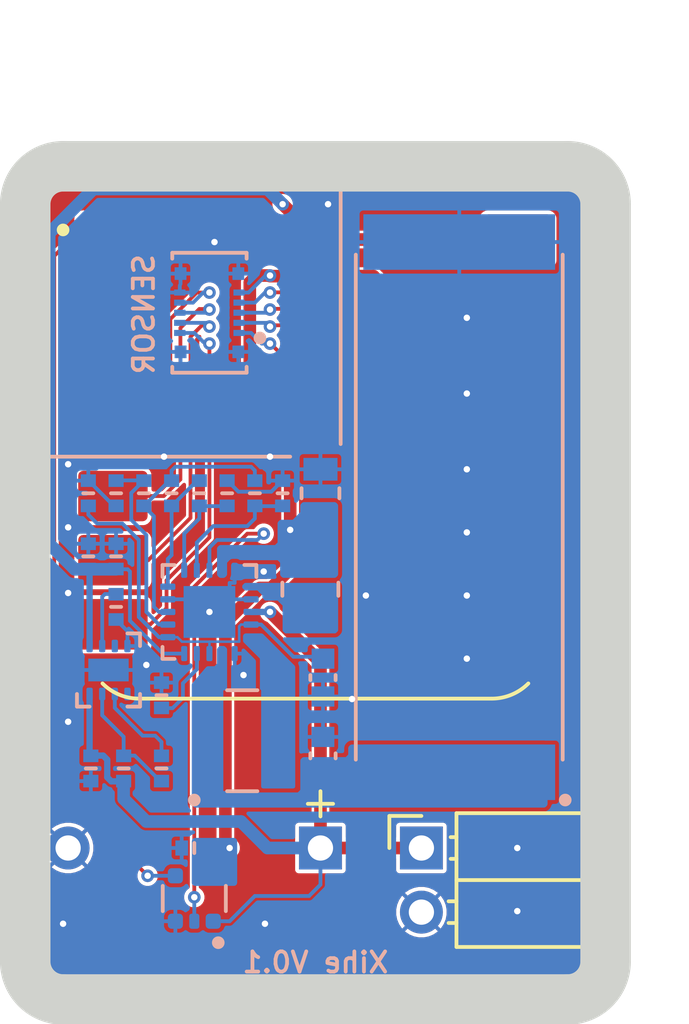
<source format=kicad_pcb>
(kicad_pcb (version 20241229) (generator "pcbnew") (generator_version "9.0")
  (title_block (title "Xihe") (date "2025-08-28") (rev "0.1"))
  (layers (0 "F.Cu" signal) (2 "B.Cu" signal) (13 "F.Paste" user) (15 "B.Paste" user) (5 "F.SilkS" user "F.Silkscreen") (7 "B.SilkS" user "B.Silkscreen") (1 "F.Mask" user) (3 "B.Mask" user) (25 "Edge.Cuts" user))
  (net 0 "")
  (net 1 "VCAP")
  (net 2 "GND")
  (net 3 "VUSB")
  (net 4 "+3V3")
  (net 5 "/harvester/VSTOR")
  (net 6 "/harvester/VREF_SAMP")
  (net 7 "/harvester/VIN_DC")
  (net 8 "/harvester/LBOOST")
  (net 9 "/harvester/LBUCK")
  (net 10 "/harvester/CHG_PG")
  (net 11 "/harvester/CHG_FB")
  (net 12 "/harvester/CHG_ISET")
  (net 13 "/harvester/VBAT_OK_MCU")
  (net 14 "/harvester/OK_PROG")
  (net 15 "/harvester/OK_HYST")
  (net 16 "/harvester/VRDIV")
  (net 17 "/harvester/VOUT_SET")
  (net 18 "/harvester/VBAT_OV")
  (net 21 "/harvester/VBAT_OK")
  (net 22 "/system/SPI_CLK")
  (net 23 "/system/SPI_MOSI")
  (net 24 "/system/SPI_MISO")
  (net 25 "/system/ANA3")
  (net 26 "/system/I2C_SCL")
  (net 27 "/system/TX")
  (net 28 "/system/I2C_SDA")
  (net 29 "/system/RX")
  (footprint "part_specific:XIAO-NRF54L15-DIP" (layer "F.Cu") (at 90.4 60.52)
    (property "Reference" "U1" (hide yes))
    (property "Value" "XIAO-NRF54L15")
    (fp_line (start -6.985 10.564) (end 6.985 10.564) (stroke (width 0.15)) (layer "F.SilkS"))
    (fp_arc (start -6.985 10.564) (mid -7.771414 10.407572) (end -8.438104 9.962104) (stroke (width 0.15)) (layer "F.SilkS"))
    (fp_arc (start 8.438104 9.962104) (mid 7.771414 10.407572) (end 6.985 10.564) (stroke (width 0.15)) (layer "F.SilkS"))
    (fp_circle (center -10 -8) (end -9.8 -8) (stroke (width 0.1)) (fill yes) (layer "F.SilkS"))
    (pad "1" smd roundrect (at -8.025 -7.62 180) (size 2.75 2) (layers "F.Cu" "F.Mask" "F.Paste") (roundrect_rratio 0.1) (net 13 "/harvester/VBAT_OK_MCU"))
    (pad "2" smd roundrect (at -8.025 -5.08 180) (size 2.75 2) (layers "F.Cu" "F.Mask" "F.Paste") (roundrect_rratio 0.1))
    (pad "3" smd roundrect (at -8.025 -2.54 180) (size 2.75 2) (layers "F.Cu" "F.Mask" "F.Paste") (roundrect_rratio 0.1))
    (pad "4" smd roundrect (at -8.025 0 180) (size 2.75 2) (layers "F.Cu" "F.Mask" "F.Paste") (roundrect_rratio 0.1) (net 25 "/system/ANA3"))
    (pad "5" smd roundrect (at -8.025 2.54 180) (size 2.75 2) (layers "F.Cu" "F.Mask" "F.Paste") (roundrect_rratio 0.1) (net 28 "/system/I2C_SDA"))
    (pad "6" smd roundrect (at -8.025 5.08 180) (size 2.75 2) (layers "F.Cu" "F.Mask" "F.Paste") (roundrect_rratio 0.1) (net 26 "/system/I2C_SCL"))
    (pad "7" smd roundrect (at -8.025 7.62 180) (size 2.75 2) (layers "F.Cu" "F.Mask" "F.Paste") (roundrect_rratio 0.1) (net 27 "/system/TX"))
    (pad "8" smd roundrect (at 8.025 7.62) (size 2.75 2) (layers "F.Cu" "F.Mask" "F.Paste") (roundrect_rratio 0.1) (net 29 "/system/RX"))
    (pad "9" smd roundrect (at 8.025 5.08) (size 2.75 2) (layers "F.Cu" "F.Mask" "F.Paste") (roundrect_rratio 0.1) (net 22 "/system/SPI_CLK"))
    (pad "10" smd roundrect (at 8.025 2.54) (size 2.75 2) (layers "F.Cu" "F.Mask" "F.Paste") (roundrect_rratio 0.1) (net 24 "/system/SPI_MISO"))
    (pad "11" smd roundrect (at 8.025 0) (size 2.75 2) (layers "F.Cu" "F.Mask" "F.Paste") (roundrect_rratio 0.1) (net 23 "/system/SPI_MOSI"))
    (pad "12" smd roundrect (at 8.025 -2.54) (size 2.75 2) (layers "F.Cu" "F.Mask" "F.Paste") (roundrect_rratio 0.1) (net 4 "+3V3"))
    (pad "13" smd roundrect (at 8.025 -5.08) (size 2.75 2) (layers "F.Cu" "F.Mask" "F.Paste") (roundrect_rratio 0.1) (net 2 "GND"))
    (pad "14" smd roundrect (at 8.025 -7.62) (size 2.75 2) (layers "F.Cu" "F.Mask" "F.Paste") (roundrect_rratio 0.1) (net 3 "VUSB"))
  )
  (footprint "connectors:PD_801-83-002-20-001101" (layer "F.Cu") (at 94.6 77)
    (property "Reference" "J2" (hide yes))
    (property "Value" "Conn_01x02_Pin")
    (fp_line (start -1.27 -1.27) (end 0 -1.27) (stroke (width 0.15)) (layer "F.SilkS"))
    (fp_line (start -1.27 0) (end -1.27 -1.27) (stroke (width 0.15)) (layer "F.SilkS"))
    (fp_line (start 1.077358 2.11) (end 1.39 2.11) (stroke (width 0.15)) (layer "F.SilkS"))
    (fp_line (start 1.077358 2.97) (end 1.39 2.97) (stroke (width 0.15)) (layer "F.SilkS"))
    (fp_line (start 1.16 -0.43) (end 1.39 -0.43) (stroke (width 0.15)) (layer "F.SilkS"))
    (fp_line (start 1.16 0.43) (end 1.39 0.43) (stroke (width 0.15)) (layer "F.SilkS"))
    (fp_line (start 1.39 -1.38) (end 1.39 3.92) (stroke (width 0.15)) (layer "F.SilkS"))
    (fp_line (start 1.39 1.27) (end 6.3 1.27) (stroke (width 0.15)) (layer "F.SilkS"))
    (fp_line (start 1.39 3.92) (end 6.3 3.92) (stroke (width 0.15)) (layer "F.SilkS"))
    (fp_line (start 6.3 -1.38) (end 1.39 -1.38) (stroke (width 0.15)) (layer "F.SilkS"))
    (pad "1" thru_hole rect (at 0 0) (size 1.7 1.7) (drill 1) (layers "*.Cu" "*.Mask") (net 1 "VCAP"))
    (pad "2" thru_hole circle (at 0 2.54) (size 1.7 1.7) (drill 1) (layers "*.Cu" "*.Mask") (net 2 "GND"))
  )
  (footprint "part_specific:EATON_KR5R5H474R" (layer "F.Cu") (at 87.25 77)
    (property "Reference" "Cb1" (hide yes))
    (property "Value" "470m" (hide yes))
    (fp_line (start 2.85 -1.75) (end 3.85 -1.75) (stroke (width 0.15)) (layer "F.SilkS"))
    (fp_line (start 3.35 -1.25) (end 3.35 -2.25) (stroke (width 0.15)) (layer "F.SilkS"))
    (pad "1" thru_hole rect (at 3.35 0) (size 1.7 1.7) (drill 1) (layers "*.Cu" "*.Mask") (net 1 "VCAP"))
    (pad "2" thru_hole circle (at -6.65 0) (size 1.7 1.7) (drill 1) (layers "*.Cu" "*.Mask") (net 2 "GND"))
  )
  (footprint "passive:R_0402_1005Metric" (layer "B.Cu") (at 88 62.95 -90)
    (property "Reference" "ROUT2" (hide yes))
    (property "Value" "6.49M")
    (fp_line (start 0 -0.2) (end 0 0.2) (stroke (width 0.15)) (layer "B.SilkS"))
    (pad "1" smd rect (at -0.5 0 270) (size 0.5 0.6) (layers "B.Cu" "B.Mask" "B.Paste") (net 16 "/harvester/VRDIV"))
    (pad "2" smd rect (at 0.5 0 270) (size 0.5 0.6) (layers "B.Cu" "B.Mask" "B.Paste") (net 17 "/harvester/VOUT_SET"))
  )
  (footprint "generic:NX_5SOT353" (layer "B.Cu") (at 85.6 79 90)
    (property "Reference" "U4" (hide yes))
    (property "Value" "AXP1T34")
    (fp_line (start -0.5 -1.25) (end 0.5 -1.25) (stroke (width 0.15)) (layer "B.SilkS"))
    (fp_line (start -0.5 1.25) (end 0.5 1.25) (stroke (width 0.15)) (layer "B.SilkS"))
    (fp_circle (center -1.75 0.95) (end -1.55 0.95) (stroke (width 0.1)) (fill yes) (layer "B.SilkS"))
    (pad "1" smd roundrect (at -0.9 0.75 90) (size 0.6 0.6) (layers "B.Cu" "B.Mask" "B.Paste") (net 1 "VCAP"))
    (pad "2" smd roundrect (at -0.9 0 90) (size 0.6 0.4) (layers "B.Cu" "B.Mask" "B.Paste") (net 21 "/harvester/VBAT_OK"))
    (pad "3" smd roundrect (at -0.9 -0.75 90) (size 0.6 0.6) (layers "B.Cu" "B.Mask" "B.Paste") (net 2 "GND"))
    (pad "4" smd roundrect (at 0.9 -0.75 90) (size 0.6 0.6) (layers "B.Cu" "B.Mask" "B.Paste") (net 13 "/harvester/VBAT_OK_MCU"))
    (pad "5" smd roundrect (at 0.9 0.75 90) (size 0.6 0.6) (layers "B.Cu" "B.Mask" "B.Paste") (net 4 "+3V3"))
  )
  (footprint "passive:C_0402_1005Metric" (layer "B.Cu") (at 84.3 70.95 90)
    (property "Reference" "C3" (hide yes))
    (property "Value" "10n")
    (fp_line (start 0 -0.2) (end 0 0.2) (stroke (width 0.15)) (layer "B.SilkS"))
    (pad "1" smd rect (at -0.5 0 90) (size 0.5 0.6) (layers "B.Cu" "B.Mask" "B.Paste") (net 6 "/harvester/VREF_SAMP"))
    (pad "2" smd rect (at 0.5 0 90) (size 0.5 0.6) (layers "B.Cu" "B.Mask" "B.Paste") (net 2 "GND"))
  )
  (footprint "passive:R_0402_1005Metric" (layer "B.Cu") (at 86.9 62.95 90)
    (property "Reference" "ROK1" (hide yes))
    (property "Value" "4.7M")
    (fp_line (start 0 -0.2) (end 0 0.2) (stroke (width 0.15)) (layer "B.SilkS"))
    (pad "1" smd rect (at -0.5 0 90) (size 0.5 0.6) (layers "B.Cu" "B.Mask" "B.Paste") (net 14 "/harvester/OK_PROG"))
    (pad "2" smd rect (at 0.5 0 90) (size 0.5 0.6) (layers "B.Cu" "B.Mask" "B.Paste") (net 2 "GND"))
  )
  (footprint "passive:C_0603_1608Metric" (layer "B.Cu") (at 90.7 70.25 -90)
    (property "Reference" "C5" (hide yes))
    (property "Value" "4.7u")
    (fp_line (start -0.1 0.5) (end 0.1 0.5) (stroke (width 0.15)) (layer "B.SilkS"))
    (fp_line (start -0.1 -0.5) (end 0.1 -0.5) (stroke (width 0.15)) (layer "B.SilkS"))
    (pad "1" smd rect (at -0.75 0 270) (size 0.8 0.9) (layers "B.Cu" "B.Mask" "B.Paste") (net 5 "/harvester/VSTOR"))
    (pad "2" smd rect (at 0.75 0 270) (size 0.8 0.9) (layers "B.Cu" "B.Mask" "B.Paste") (net 2 "GND"))
  )
  (footprint "passive:R_0402_1005Metric" (layer "B.Cu") (at 82.5 65.45 90)
    (property "Reference" "R4" (hide yes))
    (property "Value" "120k")
    (fp_line (start 0 -0.2) (end 0 0.2) (stroke (width 0.15)) (layer "B.SilkS"))
    (pad "1" smd rect (at -0.5 0 90) (size 0.5 0.6) (layers "B.Cu" "B.Mask" "B.Paste") (net 3 "VUSB"))
    (pad "2" smd rect (at 0.5 0 90) (size 0.5 0.6) (layers "B.Cu" "B.Mask" "B.Paste") (net 2 "GND"))
  )
  (footprint "part_specific:TY_Inductor_NRS4012" (layer "B.Cu") (at 87.5 72.75)
    (property "Reference" "L1" (hide yes))
    (property "Value" "22u")
    (fp_line (start -0.6 -2) (end 0.6 -2) (stroke (width 0.15)) (layer "B.SilkS"))
    (fp_line (start 0.6 2) (end -0.6 2) (stroke (width 0.15)) (layer "B.SilkS"))
    (fp_circle (center -1.9 2.35) (end -1.7 2.35) (stroke (width 0.1)) (fill yes) (layer "B.SilkS"))
    (pad "1" smd rect (at -1.4 0) (size 1.2 3.7) (layers "B.Cu" "B.Mask" "B.Paste") (net 7 "/harvester/VIN_DC"))
    (pad "2" smd rect (at 1.4 0) (size 1.2 3.7) (layers "B.Cu" "B.Mask" "B.Paste") (net 8 "/harvester/LBOOST"))
    (zone (net 0) (net_name "") (layer "B.Cu") (connect_pads (clearance 0)) (min_thickness 0.254)
      (keepout (tracks not_allowed) (vias not_allowed) (pads allowed) (copperpour not_allowed) (footprints allowed))
      (fill (thermal_gap 0.508) (thermal_bridge_width 0.508))
      (polygon (pts (xy 86.7507 74.7439) (xy 88.2493 74.7439) (xy 88.2493 70.7561) (xy 86.7507 70.7561)))
    )
  )
  (footprint "passive:R_0402_1005Metric" (layer "B.Cu") (at 89.1 62.95 90)
    (property "Reference" "ROUT1" (hide yes))
    (property "Value" "6.49M")
    (fp_line (start 0 -0.2) (end 0 0.2) (stroke (width 0.15)) (layer "B.SilkS"))
    (pad "1" smd rect (at -0.5 0 90) (size 0.5 0.6) (layers "B.Cu" "B.Mask" "B.Paste") (net 17 "/harvester/VOUT_SET"))
    (pad "2" smd rect (at 0.5 0 90) (size 0.5 0.6) (layers "B.Cu" "B.Mask" "B.Paste") (net 2 "GND"))
  )
  (footprint "passive:R_0402_1005Metric" (layer "B.Cu") (at 85.8 62.95 -90)
    (property "Reference" "ROK2" (hide yes))
    (property "Value" "5.1M")
    (fp_line (start 0 -0.2) (end 0 0.2) (stroke (width 0.15)) (layer "B.SilkS"))
    (pad "1" smd rect (at -0.5 0 270) (size 0.5 0.6) (layers "B.Cu" "B.Mask" "B.Paste") (net 15 "/harvester/OK_HYST"))
    (pad "2" smd rect (at 0.5 0 270) (size 0.5 0.6) (layers "B.Cu" "B.Mask" "B.Paste") (net 14 "/harvester/OK_PROG"))
  )
  (footprint "passive:C_0402_1005Metric" (layer "B.Cu") (at 81.4 65.45 90)
    (property "Reference" "C2" (hide yes))
    (property "Value" "1u")
    (fp_line (start 0 -0.2) (end 0 0.2) (stroke (width 0.15)) (layer "B.SilkS"))
    (pad "1" smd rect (at -0.5 0 90) (size 0.5 0.6) (layers "B.Cu" "B.Mask" "B.Paste") (net 3 "VUSB"))
    (pad "2" smd rect (at 0.5 0 90) (size 0.5 0.6) (layers "B.Cu" "B.Mask" "B.Paste") (net 2 "GND"))
  )
  (footprint "generic:TI_8WSON_DSG" (layer "B.Cu") (at 82.2 69.95 -90)
    (property "Reference" "U2" (hide yes))
    (property "Value" "BQ25173DSG")
    (fp_line (start 0.95 1.25) (end 1.45 1.25) (stroke (width 0.15)) (layer "B.SilkS"))
    (fp_line (start 1.45 1.25) (end 1.45 0.75) (stroke (width 0.15)) (layer "B.SilkS"))
    (fp_line (start 1.45 -0.75) (end 1.45 -1.25) (stroke (width 0.15)) (layer "B.SilkS"))
    (fp_line (start -1.45 -1.25) (end -1.45 -0.75) (stroke (width 0.15)) (layer "B.SilkS"))
    (fp_line (start -0.95 -1.25) (end -1.45 -1.25) (stroke (width 0.15)) (layer "B.SilkS"))
    (fp_line (start 1.45 -1.25) (end 0.95 -1.25) (stroke (width 0.15)) (layer "B.SilkS"))
    (pad "1" smd roundrect (at -0.95 0.75 270) (size 0.5 0.25) (layers "B.Cu" "B.Mask" "B.Paste") (net 3 "VUSB"))
    (pad "2" smd roundrect (at -0.95 0.25 270) (size 0.5 0.25) (layers "B.Cu" "B.Mask" "B.Paste") (net 12 "/harvester/CHG_ISET"))
    (pad "3" smd roundrect (at -0.95 -0.25 270) (size 0.5 0.25) (layers "B.Cu" "B.Mask" "B.Paste"))
    (pad "4" smd roundrect (at -0.95 -0.75 270) (size 0.5 0.25) (layers "B.Cu" "B.Mask" "B.Paste") (net 2 "GND"))
    (pad "5" smd roundrect (at 0.95 -0.75 270) (size 0.5 0.25) (layers "B.Cu" "B.Mask" "B.Paste"))
    (pad "6" smd roundrect (at 0.95 -0.25 270) (size 0.5 0.25) (layers "B.Cu" "B.Mask" "B.Paste") (net 10 "/harvester/CHG_PG"))
    (pad "7" smd roundrect (at 0.95 0.25 270) (size 0.5 0.25) (layers "B.Cu" "B.Mask" "B.Paste") (net 11 "/harvester/CHG_FB"))
    (pad "8" smd roundrect (at 0.95 0.75 270) (size 0.5 0.25) (layers "B.Cu" "B.Mask" "B.Paste") (net 1 "VCAP"))
    (pad "9" smd rect (at 0 0 270) (size 0.9 1.6) (layers "B.Cu" "B.Mask") (net 2 "GND"))
  )
  (footprint "connectors:MOLEX_SlimStack_505550-1020" (layer "B.Cu") (at 86.2 55.8 90)
    (property "Reference" "J1" (hide yes))
    (property "Value" "MOLEX_SlimStack_505550-1020")
    (fp_line (start 2.3749 -1.4732) (end 2.3749 1.4732) (stroke (width 0.15)) (layer "B.SilkS"))
    (fp_line (start 2.141096 -1.4732) (end 2.3749 -1.4732) (stroke (width 0.15)) (layer "B.SilkS"))
    (fp_line (start -2.3749 -1.4732) (end -2.141096 -1.4732) (stroke (width 0.15)) (layer "B.SilkS"))
    (fp_line (start 2.3749 1.4732) (end 2.141061 1.4732) (stroke (width 0.15)) (layer "B.SilkS"))
    (fp_line (start -2.141061 1.4732) (end -2.3749 1.4732) (stroke (width 0.15)) (layer "B.SilkS"))
    (fp_line (start -2.3749 1.4732) (end -2.3749 -1.4732) (stroke (width 0.15)) (layer "B.SilkS"))
    (fp_circle (center -1 2) (end -0.8 2) (stroke (width 0.1)) (fill yes) (layer "B.SilkS"))
    (pad "1" smd rect (at -0.800001 1.174999 90) (size 0.24 0.45) (layers "B.Cu" "B.Mask" "B.Paste") (net 29 "/system/RX"))
    (pad "2" smd rect (at -0.800001 -1.174999 90) (size 0.24 0.45) (layers "B.Cu" "B.Mask" "B.Paste") (net 27 "/system/TX"))
    (pad "3" smd rect (at -0.399999 1.174999 90) (size 0.24 0.45) (layers "B.Cu" "B.Mask" "B.Paste") (net 22 "/system/SPI_CLK"))
    (pad "4" smd rect (at -0.399999 -1.174999 90) (size 0.24 0.45) (layers "B.Cu" "B.Mask" "B.Paste") (net 26 "/system/I2C_SCL"))
    (pad "5" smd rect (at 0 1.174999 90) (size 0.24 0.45) (layers "B.Cu" "B.Mask" "B.Paste") (net 24 "/system/SPI_MISO"))
    (pad "6" smd rect (at 0 -1.174999 90) (size 0.24 0.45) (layers "B.Cu" "B.Mask" "B.Paste") (net 28 "/system/I2C_SDA"))
    (pad "7" smd rect (at 0.399999 1.174999 90) (size 0.24 0.45) (layers "B.Cu" "B.Mask" "B.Paste") (net 23 "/system/SPI_MOSI"))
    (pad "8" smd rect (at 0.399999 -1.174999 90) (size 0.24 0.45) (layers "B.Cu" "B.Mask" "B.Paste") (net 25 "/system/ANA3"))
    (pad "9" smd rect (at 0.800001 1.174999 90) (size 0.24 0.45) (layers "B.Cu" "B.Mask" "B.Paste") (net 4 "+3V3"))
    (pad "10" smd rect (at 0.800001 -1.174999 90) (size 0.24 0.45) (layers "B.Cu" "B.Mask" "B.Paste") (net 2 "GND"))
    (pad "MP" smd rect (at -1.550035 -1.144999 90) (size 0.5 0.47) (layers "B.Cu" "B.Mask" "B.Paste") (net 2 "GND"))
    (pad "MP" smd rect (at -1.549999 1.144999 90) (size 0.5 0.47) (layers "B.Cu" "B.Mask" "B.Paste") (net 2 "GND"))
    (pad "MP" smd rect (at 1.549999 1.144999 90) (size 0.5 0.47) (layers "B.Cu" "B.Mask" "B.Paste") (net 2 "GND"))
    (pad "MP" smd rect (at 1.550035 -1.144999 90) (size 0.5 0.47) (layers "B.Cu" "B.Mask" "B.Paste") (net 2 "GND"))
  )
  (footprint "passive:C_0402_1005Metric" (layer "B.Cu") (at 81.5 73.85 -90)
    (property "Reference" "C4" (hide yes))
    (property "Value" "1u")
    (fp_line (start 0 -0.2) (end 0 0.2) (stroke (width 0.15)) (layer "B.SilkS"))
    (pad "1" smd rect (at -0.5 0 270) (size 0.5 0.6) (layers "B.Cu" "B.Mask" "B.Paste") (net 1 "VCAP"))
    (pad "2" smd rect (at 0.5 0 270) (size 0.5 0.6) (layers "B.Cu" "B.Mask" "B.Paste") (net 2 "GND"))
  )
  (footprint "passive:C_0402_1005Metric" (layer "B.Cu") (at 85.6 77 180)
    (property "Reference" "C8" (hide yes))
    (property "Value" "1u")
    (fp_line (start 0 -0.2) (end 0 0.2) (stroke (width 0.15)) (layer "B.SilkS"))
    (pad "1" smd rect (at -0.5 0 180) (size 0.5 0.6) (layers "B.Cu" "B.Mask" "B.Paste") (net 4 "+3V3"))
    (pad "2" smd rect (at 0.5 0 180) (size 0.5 0.6) (layers "B.Cu" "B.Mask" "B.Paste") (net 2 "GND"))
  )
  (footprint "part_specific:ANYSOLAR_KXOB25" (layer "B.Cu") (at 96.1 63.5 90)
    (property "Reference" "SC1" (hide yes))
    (property "Value" "Solar_Cell")
    (fp_line (start -10 -4.1) (end 10 -4.1) (stroke (width 0.15)) (layer "B.SilkS"))
    (fp_line (start 10 4.1) (end -10 4.1) (stroke (width 0.15)) (layer "B.SilkS"))
    (fp_circle (center -11.6 4.2) (end -11.4 4.2) (stroke (width 0.1)) (fill yes) (layer "B.SilkS"))
    (pad "1" smd rect (at -10.5 0 90) (size 2.2 7.6) (layers "B.Cu" "B.Mask" "B.Paste") (net 7 "/harvester/VIN_DC"))
    (pad "2" smd rect (at 10.5 0 90) (size 2.2 7.6) (layers "B.Cu" "B.Mask" "B.Paste") (net 2 "GND"))
  )
  (footprint "passive:R_0402_1005Metric" (layer "B.Cu") (at 82.8 73.85 90)
    (property "Reference" "R2" (hide yes))
    (property "Value" "620k")
    (fp_line (start 0 -0.2) (end 0 0.2) (stroke (width 0.15)) (layer "B.SilkS"))
    (pad "1" smd rect (at -0.5 0 90) (size 0.5 0.6) (layers "B.Cu" "B.Mask" "B.Paste") (net 1 "VCAP"))
    (pad "2" smd rect (at 0.5 0 90) (size 0.5 0.6) (layers "B.Cu" "B.Mask" "B.Paste") (net 11 "/harvester/CHG_FB"))
  )
  (footprint "passive:C_0603_1608Metric" (layer "B.Cu") (at 90.7 73.35 90)
    (property "Reference" "C1" (hide yes))
    (property "Value" "4.7u")
    (fp_line (start -0.1 -0.5) (end 0.1 -0.5) (stroke (width 0.15)) (layer "B.SilkS"))
    (fp_line (start -0.1 0.5) (end 0.1 0.5) (stroke (width 0.15)) (layer "B.SilkS"))
    (pad "1" smd rect (at -0.75 0 90) (size 0.8 0.9) (layers "B.Cu" "B.Mask" "B.Paste") (net 7 "/harvester/VIN_DC"))
    (pad "2" smd rect (at 0.75 0 90) (size 0.8 0.9) (layers "B.Cu" "B.Mask" "B.Paste") (net 2 "GND"))
  )
  (footprint "passive:R_0402_1005Metric" (layer "B.Cu") (at 82.5 67.45 -90)
    (property "Reference" "R1" (hide yes))
    (property "Value" "3k")
    (fp_line (start 0 -0.2) (end 0 0.2) (stroke (width 0.15)) (layer "B.SilkS"))
    (pad "1" smd rect (at -0.5 0 270) (size 0.5 0.6) (layers "B.Cu" "B.Mask" "B.Paste") (net 12 "/harvester/CHG_ISET"))
    (pad "2" smd rect (at 0.5 0 270) (size 0.5 0.6) (layers "B.Cu" "B.Mask" "B.Paste") (net 2 "GND"))
  )
  (footprint "passive:C_0402_1005Metric" (layer "B.Cu") (at 81.4 62.95 90)
    (property "Reference" "C7" (hide yes))
    (property "Value" "10n")
    (fp_line (start 0 -0.2) (end 0 0.2) (stroke (width 0.15)) (layer "B.SilkS"))
    (pad "1" smd rect (at -0.5 0 90) (size 0.5 0.6) (layers "B.Cu" "B.Mask" "B.Paste") (net 5 "/harvester/VSTOR"))
    (pad "2" smd rect (at 0.5 0 90) (size 0.5 0.6) (layers "B.Cu" "B.Mask" "B.Paste") (net 2 "GND"))
  )
  (footprint "passive:R_0402_1005Metric" (layer "B.Cu") (at 84.3 73.85 90)
    (property "Reference" "R3" (hide yes))
    (property "Value" "120k")
    (fp_line (start 0 -0.2) (end 0 0.2) (stroke (width 0.15)) (layer "B.SilkS"))
    (pad "1" smd rect (at -0.5 0 90) (size 0.5 0.6) (layers "B.Cu" "B.Mask" "B.Paste") (net 11 "/harvester/CHG_FB"))
    (pad "2" smd rect (at 0.5 0 90) (size 0.5 0.6) (layers "B.Cu" "B.Mask" "B.Paste") (net 10 "/harvester/CHG_PG"))
  )
  (footprint "passive:R_0402_1005Metric" (layer "B.Cu") (at 84.7 62.95 -90)
    (property "Reference" "ROK3" (hide yes))
    (property "Value" "3.0M")
    (fp_line (start 0 -0.2) (end 0 0.2) (stroke (width 0.15)) (layer "B.SilkS"))
    (pad "1" smd rect (at -0.5 0 270) (size 0.5 0.6) (layers "B.Cu" "B.Mask" "B.Paste") (net 16 "/harvester/VRDIV"))
    (pad "2" smd rect (at 0.5 0 270) (size 0.5 0.6) (layers "B.Cu" "B.Mask" "B.Paste") (net 15 "/harvester/OK_HYST"))
  )
  (footprint "passive:L_1008_2520Metric" (layer "B.Cu") (at 90.2 66.75 90)
    (property "Reference" "L2" (hide yes))
    (property "Value" "10u")
    (fp_line (start -0.261252 -1.11) (end 0.261252 -1.11) (stroke (width 0.15)) (layer "B.SilkS"))
    (fp_line (start -0.261252 1.11) (end 0.261252 1.11) (stroke (width 0.15)) (layer "B.SilkS"))
    (pad "1" smd rect (at -1.1 0 90) (size 1 2.2) (layers "B.Cu" "B.Mask" "B.Paste") (net 9 "/harvester/LBUCK"))
    (pad "2" smd rect (at 1.1 0 90) (size 1 2.2) (layers "B.Cu" "B.Mask" "B.Paste") (net 4 "+3V3"))
  )
  (footprint "passive:C_0805_2012Metric" (layer "B.Cu") (at 90.6 62.95 90)
    (property "Reference" "C6" (hide yes))
    (property "Value" "22u")
    (fp_line (start -0.2 -0.75) (end 0.2 -0.75) (stroke (width 0.15)) (layer "B.SilkS"))
    (fp_line (start -0.2 0.75) (end 0.2 0.75) (stroke (width 0.15)) (layer "B.SilkS"))
    (pad "1" smd rect (at -0.95 0 90) (size 0.9 1.35) (layers "B.Cu" "B.Mask" "B.Paste") (net 4 "+3V3"))
    (pad "2" smd rect (at 0.95 0 90) (size 0.9 1.35) (layers "B.Cu" "B.Mask" "B.Paste") (net 2 "GND"))
  )
  (footprint "passive:R_0402_1005Metric" (layer "B.Cu") (at 83.6 62.95 90)
    (property "Reference" "ROV2" (hide yes))
    (property "Value" "8.2M")
    (fp_line (start 0 -0.2) (end 0 0.2) (stroke (width 0.15)) (layer "B.SilkS"))
    (pad "1" smd rect (at -0.5 0 90) (size 0.5 0.6) (layers "B.Cu" "B.Mask" "B.Paste") (net 16 "/harvester/VRDIV"))
    (pad "2" smd rect (at 0.5 0 90) (size 0.5 0.6) (layers "B.Cu" "B.Mask" "B.Paste") (net 18 "/harvester/VBAT_OV"))
  )
  (footprint "passive:R_0402_1005Metric" (layer "B.Cu") (at 82.5 62.95 -90)
    (property "Reference" "ROV1" (hide yes))
    (property "Value" "4.22M")
    (fp_line (start 0 -0.2) (end 0 0.2) (stroke (width 0.15)) (layer "B.SilkS"))
    (pad "1" smd rect (at -0.5 0 270) (size 0.5 0.6) (layers "B.Cu" "B.Mask" "B.Paste") (net 18 "/harvester/VBAT_OV"))
    (pad "2" smd rect (at 0.5 0 270) (size 0.5 0.6) (layers "B.Cu" "B.Mask" "B.Paste") (net 2 "GND"))
  )
  (footprint "generic:TI_20VQFN_RGR" (layer "B.Cu") (at 86.2 67.65 90)
    (property "Reference" "U3" (hide yes))
    (property "Value" "BQ25570")
    (fp_line (start 1.86 -1.86) (end 1.86 -1.385) (stroke (width 0.15)) (layer "B.SilkS"))
    (fp_line (start 1.385 -1.86) (end 1.86 -1.86) (stroke (width 0.15)) (layer "B.SilkS"))
    (fp_line (start -1.385 -1.86) (end -1.86 -1.86) (stroke (width 0.15)) (layer "B.SilkS"))
    (fp_line (start -1.86 -1.86) (end -1.86 -1.385) (stroke (width 0.15)) (layer "B.SilkS"))
    (fp_line (start 1.86 1.86) (end 1.86 1.385) (stroke (width 0.15)) (layer "B.SilkS"))
    (fp_line (start 1.385 1.86) (end 1.86 1.86) (stroke (width 0.15)) (layer "B.SilkS"))
    (pad "1" smd roundrect (at -1.65 1 90) (size 0.6 0.24) (layers "B.Cu" "B.Mask" "B.Paste") (net 2 "GND"))
    (pad "2" smd roundrect (at -1.65 0.5 90) (size 0.6 0.24) (layers "B.Cu" "B.Mask" "B.Paste") (net 7 "/harvester/VIN_DC"))
    (pad "3" smd roundrect (at -1.65 0 90) (size 0.6 0.24) (layers "B.Cu" "B.Mask" "B.Paste") (net 5 "/harvester/VSTOR"))
    (pad "4" smd roundrect (at -1.65 -0.5 90) (size 0.6 0.24) (layers "B.Cu" "B.Mask" "B.Paste") (net 6 "/harvester/VREF_SAMP"))
    (pad "5" smd roundrect (at -1.65 -1 90) (size 0.6 0.24) (layers "B.Cu" "B.Mask" "B.Paste") (net 3 "VUSB"))
    (pad "6" smd roundrect (at -1 -1.65 90) (size 0.25 0.6) (layers "B.Cu" "B.Mask" "B.Paste") (roundrect_rratio 0.24) (net 5 "/harvester/VSTOR"))
    (pad "7" smd roundrect (at -0.5 -1.65 90) (size 0.25 0.6) (layers "B.Cu" "B.Mask" "B.Paste") (roundrect_rratio 0.24) (net 18 "/harvester/VBAT_OV"))
    (pad "8" smd roundrect (at 0 -1.65 90) (size 0.25 0.6) (layers "B.Cu" "B.Mask" "B.Paste") (roundrect_rratio 0.24) (net 16 "/harvester/VRDIV"))
    (pad "9" smd roundrect (at 0.5 -1.65 90) (size 0.25 0.6) (layers "B.Cu" "B.Mask" "B.Paste") (roundrect_rratio 0.24) (net 2 "GND"))
    (pad "10" smd roundrect (at 1 -1.65 90) (size 0.25 0.6) (layers "B.Cu" "B.Mask" "B.Paste") (roundrect_rratio 0.24) (net 15 "/harvester/OK_HYST"))
    (pad "11" smd roundrect (at 1.65 -1 90) (size 0.6 0.24) (layers "B.Cu" "B.Mask" "B.Paste") (net 14 "/harvester/OK_PROG"))
    (pad "12" smd roundrect (at 1.65 -0.5 90) (size 0.6 0.24) (layers "B.Cu" "B.Mask" "B.Paste") (net 17 "/harvester/VOUT_SET"))
    (pad "13" smd roundrect (at 1.65 0 90) (size 0.6 0.24) (layers "B.Cu" "B.Mask" "B.Paste") (net 21 "/harvester/VBAT_OK"))
    (pad "14" smd roundrect (at 1.65 0.5 90) (size 0.6 0.24) (layers "B.Cu" "B.Mask" "B.Paste") (net 4 "+3V3"))
    (pad "15" smd roundrect (at 1.65 1 90) (size 0.6 0.24) (layers "B.Cu" "B.Mask" "B.Paste") (net 2 "GND"))
    (pad "16" smd roundrect (at 1 1.65 90) (size 0.25 0.6) (layers "B.Cu" "B.Mask" "B.Paste") (roundrect_rratio 0.24) (net 9 "/harvester/LBUCK"))
    (pad "17" smd roundrect (at 0.5 1.65 90) (size 0.25 0.6) (layers "B.Cu" "B.Mask" "B.Paste") (roundrect_rratio 0.24) (net 2 "GND"))
    (pad "18" smd roundrect (at 0 1.65 90) (size 0.25 0.6) (layers "B.Cu" "B.Mask" "B.Paste") (roundrect_rratio 0.24) (net 1 "VCAP"))
    (pad "19" smd roundrect (at -0.5 1.65 90) (size 0.25 0.6) (layers "B.Cu" "B.Mask" "B.Paste") (roundrect_rratio 0.24) (net 5 "/harvester/VSTOR"))
    (pad "20" smd roundrect (at -1 1.65 90) (size 0.25 0.6) (layers "B.Cu" "B.Mask" "B.Paste") (roundrect_rratio 0.24) (net 8 "/harvester/LBOOST"))
    (pad "21" smd rect (at 0 0 90) (size 2.05 2.05) (property pad_prop_heatsink) (layers "B.Cu" "B.Mask") (net 2 "GND"))
  )
  (gr_line (start 79.4 61.5) (end 89.4 61.5) (stroke (width 0.15)) (layer "B.SilkS"))
  (gr_line (start 91.4 50.5) (end 80.4 50.5) (stroke (width 0.15)) (layer "B.SilkS"))
  (gr_line (start 79.4 61.5) (end 79.4 51.5) (stroke (width 0.15)) (layer "B.SilkS"))
  (gr_line (start 91.4 61) (end 91.4 50.5) (stroke (width 0.15)) (layer "B.SilkS"))
  (gr_arc (start 79.4 51.5) (mid 79.692893 50.792893) (end 80.4 50.5) (stroke (width 0.15)) (layer "B.SilkS"))
  (gr_line (start 101.9 51.5) (end 101.9 81.5) (stroke (width 2)) (layer "Edge.Cuts"))
  (gr_arc (start 101.9 81.5) (mid 101.46066 82.56066) (end 100.4 83) (stroke (width 2)) (layer "Edge.Cuts"))
  (gr_line (start 80.4 50) (end 100.4 50) (stroke (width 2)) (layer "Edge.Cuts"))
  (gr_line (start 78.9 81.5) (end 78.9 51.5) (stroke (width 2)) (layer "Edge.Cuts"))
  (gr_line (start 100.4 83) (end 80.4 83) (stroke (width 2)) (layer "Edge.Cuts"))
  (gr_arc (start 80.4 83) (mid 79.33934 82.56066) (end 78.9 81.5) (stroke (width 2)) (layer "Edge.Cuts"))
  (gr_arc (start 100.4 50) (mid 101.46066 50.43934) (end 101.9 51.5) (stroke (width 2)) (layer "Edge.Cuts"))
  (gr_arc (start 78.9 51.5) (mid 79.33934 50.43934) (end 80.4 50) (stroke (width 2)) (layer "Edge.Cuts"))
  (gr_text "SENSOR" (at 83.6 55.86 90) (layer "B.SilkS") (effects (font (size 0.8 0.8) (thickness 0.15) (bold yes)) (justify mirror)))
  (gr_text "${TITLE} V${REVISION}" (at 90.4 82 0) (layer "B.SilkS") (effects (font (size 0.8 0.8) (thickness 0.15) (bold yes)) (justify bottom mirror)))
  (segment (start 90.6 77) (end 94.6 77) (width 0.5) (layer "F.Cu") (net 1))
  (segment (start 90.6 69.65) (end 90.6 77) (width 0.5) (layer "F.Cu") (net 1))
  (segment (start 88.6 67.65) (end 90.6 69.65) (width 0.5) (layer "F.Cu") (net 1))
  (via (at 88.6 67.65) (size 0.5) (drill 0.254) (layers "F.Cu" "B.Cu") (net 1))
  (segment (start 87.85 67.65) (end 88.6 67.65) (width 0.25) (layer "B.Cu") (net 1))
  (segment (start 87.45 75.95) (end 83.7 75.95) (width 0.5) (layer "B.Cu") (net 1))
  (segment (start 88 78.9) (end 90.15 78.9) (width 0.15) (layer "B.Cu") (net 1))
  (segment (start 90.6 78.45) (end 90.6 77) (width 0.15) (layer "B.Cu") (net 1))
  (segment (start 81.5 73.34) (end 81.99 73.34) (width 0.25) (layer "B.Cu") (net 1))
  (segment (start 90.15 78.9) (end 90.6 78.45) (width 0.15) (layer "B.Cu") (net 1))
  (segment (start 82.8 75.05) (end 82.8 74.36) (width 0.5) (layer "B.Cu") (net 1))
  (segment (start 86.35 79.9) (end 87 79.9) (width 0.15) (layer "B.Cu") (net 1))
  (segment (start 82.15 74.2) (end 82.31 74.36) (width 0.25) (layer "B.Cu") (net 1))
  (segment (start 82.15 73.5) (end 82.15 74.2) (width 0.25) (layer "B.Cu") (net 1))
  (segment (start 83.7 75.95) (end 82.8 75.05) (width 0.5) (layer "B.Cu") (net 1))
  (segment (start 82.31 74.36) (end 82.8 74.36) (width 0.25) (layer "B.Cu") (net 1))
  (segment (start 87 79.9) (end 88 78.9) (width 0.15) (layer "B.Cu") (net 1))
  (segment (start 87.45 75.95) (end 88.5 77) (width 0.5) (layer "B.Cu") (net 1))
  (segment (start 81.5 73.34) (end 81.45 73.29) (width 0.15) (layer "B.Cu") (net 1))
  (segment (start 88.5 77) (end 90.6 77) (width 0.5) (layer "B.Cu") (net 1))
  (segment (start 81.45 73.29) (end 81.45 70.9) (width 0.25) (layer "B.Cu") (net 1))
  (segment (start 81.99 73.34) (end 82.15 73.5) (width 0.25) (layer "B.Cu") (net 1))
  (via (at 83.7 69.75) (size 0.5) (drill 0.254) (layers "F.Cu" "B.Cu") (net 2))
  (via (at 96.4 59) (size 0.5) (drill 0.254) (layers "F.Cu" "B.Cu") (net 2))
  (via (at 87.55 70.15) (size 0.5) (drill 0.254) (layers "F.Cu" "B.Cu") (net 2))
  (via (at 88.35 66.05) (size 0.5) (drill 0.254) (layers "F.Cu" "B.Cu") (net 2))
  (via (at 80.4 80) (size 0.5) (drill 0.254) (layers "F.Cu" "B.Cu") (net 2))
  (via (at 80.6 72) (size 0.5) (drill 0.254) (layers "F.Cu" "B.Cu") (net 2))
  (via (at 96.4 67) (size 0.5) (drill 0.254) (layers "F.Cu" "B.Cu") (net 2))
  (via (at 92.4 67) (size 0.5) (drill 0.254) (layers "F.Cu" "B.Cu") (net 2))
  (via (at 80.6 66.9) (size 0.5) (drill 0.254) (layers "F.Cu" "B.Cu") (net 2))
  (via (at 88.6 61.5) (size 0.5) (drill 0.254) (layers "F.Cu" "B.Cu") (net 2))
  (via (at 90.9 51.5) (size 0.5) (drill 0.254) (layers "F.Cu" "B.Cu") (net 2))
  (via (at 98.4 79.5) (size 0.5) (drill 0.254) (layers "F.Cu" "B.Cu") (net 2))
  (via (at 96.4 56) (size 0.5) (drill 0.254) (layers "F.Cu" "B.Cu") (net 2))
  (via (at 98.4 77) (size 0.5) (drill 0.254) (layers "F.Cu" "B.Cu") (net 2))
  (via (at 96.4 62) (size 0.5) (drill 0.254) (layers "F.Cu" "B.Cu") (net 2))
  (via (at 96.4 69.5) (size 0.5) (drill 0.254) (layers "F.Cu" "B.Cu") (net 2))
  (via (at 80.6 64.3) (size 0.5) (drill 0.254) (layers "F.Cu" "B.Cu") (net 2))
  (via (at 88.4 80) (size 0.5) (drill 0.254) (layers "F.Cu" "B.Cu") (net 2))
  (via (at 96.4 64.5) (size 0.5) (drill 0.254) (layers "F.Cu" "B.Cu") (net 2))
  (via (at 84.4 61.5) (size 0.5) (drill 0.254) (layers "F.Cu" "B.Cu") (net 2))
  (via (at 86.2 67.65) (size 0.5) (drill 0.254) (layers "F.Cu" "B.Cu") (net 2))
  (via (at 80.6 61.8) (size 0.5) (drill 0.254) (layers "F.Cu" "B.Cu") (net 2))
  (via (at 91.85 71.1) (size 0.5) (drill 0.254) (layers "F.Cu" "B.Cu") (net 2))
  (via (at 86.4 53) (size 0.5) (drill 0.254) (layers "F.Cu" "B.Cu") (net 2))
  (segment (start 85.7 67.15) (end 84.55 67.15) (width 0.15) (layer "B.Cu") (net 2))
  (segment (start 82.42 63.46) (end 81.4 62.44) (width 0.15) (layer "B.Cu") (net 2))
  (segment (start 87 66.85) (end 86.2 67.65) (width 0.15) (layer "B.Cu") (net 2))
  (segment (start 82.95 68.41) (end 82.95 69) (width 0.15) (layer "B.Cu") (net 2))
  (segment (start 88.6512 62.8888) (end 87.3488 62.8888) (width 0.15) (layer "B.Cu") (net 2))
  (segment (start 89.1 62.44) (end 88.6512 62.8888) (width 0.15) (layer "B.Cu") (net 2))
  (segment (start 86.7 67.15) (end 87.85 67.15) (width 0.15) (layer "B.Cu") (net 2))
  (segment (start 95.9 53.2) (end 96.1 53) (width 0.15) (layer "B.Cu") (net 2))
  (segment (start 87.2 66) (end 87.2 66.5) (width 0.15) (layer "B.Cu") (net 2))
  (segment (start 87 66.5) (end 87 66.85) (width 0.15) (layer "B.Cu") (net 2))
  (segment (start 87.2 66.5) (end 87 66.5) (width 0.15) (layer "B.Cu") (net 2))
  (segment (start 82.5 67.96) (end 82.95 68.41) (width 0.15) (layer "B.Cu") (net 2))
  (segment (start 87.3488 62.8888) (end 86.9 62.44) (width 0.15) (layer "B.Cu") (net 2))
  (segment (start 82.5 63.46) (end 82.42 63.46) (width 0.15) (layer "B.Cu") (net 2))
  (segment (start 89.1 51.5) (end 90.5 52.9) (width 0.5) (layer "F.Cu") (net 3))
  (segment (start 90.5 52.9) (end 98.565 52.9) (width 0.5) (layer "F.Cu") (net 3))
  (via (at 89.1 51.5) (size 0.5) (drill 0.254) (layers "F.Cu" "B.Cu") (net 3))
  (segment (start 80.86 65.96) (end 79.85 64.95) (width 0.5) (layer "B.Cu") (net 3))
  (segment (start 84.35 69.3) (end 85.2 69.3) (width 0.15) (layer "B.Cu") (net 3))
  (segment (start 88.5 50.9) (end 89.1 51.5) (width 0.5) (layer "B.Cu") (net 3))
  (segment (start 82.5 65.96) (end 81.4 65.96) (width 0.5) (layer "B.Cu") (net 3))
  (segment (start 79.85 64.95) (end 79.85 52.65) (width 0.5) (layer "B.Cu") (net 3))
  (segment (start 81.45 69) (end 81.45 66.01) (width 0.25) (layer "B.Cu") (net 3))
  (segment (start 83.05 68) (end 84.35 69.3) (width 0.15) (layer "B.Cu") (net 3))
  (segment (start 79.85 52.65) (end 81.6 50.9) (width 0.5) (layer "B.Cu") (net 3))
  (segment (start 83.05 66.05) (end 83.05 68) (width 0.15) (layer "B.Cu") (net 3))
  (segment (start 81.6 50.9) (end 88.5 50.9) (width 0.5) (layer "B.Cu") (net 3))
  (segment (start 81.4 65.96) (end 80.86 65.96) (width 0.5) (layer "B.Cu") (net 3))
  (segment (start 82.5 65.96) (end 82.96 65.96) (width 0.15) (layer "B.Cu") (net 3))
  (segment (start 82.96 65.96) (end 83.05 66.05) (width 0.15) (layer "B.Cu") (net 3))
  (segment (start 81.45 66.01) (end 81.4 65.96) (width 0.1016) (layer "B.Cu") (net 3))
  (segment (start 86.832 76.832) (end 87 77) (width 0.5) (layer "F.Cu") (net 4))
  (segment (start 87.8 54.6) (end 87.8 58.3) (width 0.5) (layer "F.Cu") (net 4))
  (segment (start 92.7 54.35) (end 88.6 54.35) (width 0.5) (layer "F.Cu") (net 4))
  (segment (start 88.074 54.326) (end 87.8 54.6) (width 0.5) (layer "F.Cu") (net 4))
  (segment (start 86.832 68.068) (end 86.832 76.832) (width 0.5) (layer "F.Cu") (net 4))
  (segment (start 89.4 59.9) (end 89.4 65.95) (width 0.5) (layer "F.Cu") (net 4))
  (segment (start 87.8 58.3) (end 89.4 59.9) (width 0.5) (layer "F.Cu") (net 4))
  (segment (start 98.565 57.98) (end 96.33 57.98) (width 0.5) (layer "F.Cu") (net 4))
  (segment (start 88.2 66.7) (end 86.832 68.068) (width 0.5) (layer "F.Cu") (net 4))
  (segment (start 88.65 66.7) (end 88.2 66.7) (width 0.5) (layer "F.Cu") (net 4))
  (segment (start 88.6 54.326) (end 88.074 54.326) (width 0.5) (layer "F.Cu") (net 4))
  (segment (start 89.4 65.95) (end 88.65 66.7) (width 0.5) (layer "F.Cu") (net 4))
  (segment (start 96.33 57.98) (end 92.7 54.35) (width 0.5) (layer "F.Cu") (net 4))
  (via (at 87 77) (size 0.5) (drill 0.254) (layers "F.Cu" "B.Cu") (net 4))
  (via (at 89.4 64.4) (size 0.5) (drill 0.254) (layers "F.Cu" "B.Cu") (net 4))
  (via (at 88.6 54.326) (size 0.5) (drill 0.254) (layers "F.Cu" "B.Cu") (net 4))
  (segment (start 88.4 54.35) (end 87.750001 54.999999) (width 0.15) (layer "B.Cu") (net 4))
  (segment (start 90.6 65.275) (end 90.2 65.675) (width 0.15) (layer "B.Cu") (net 4))
  (segment (start 87.750001 54.999999) (end 87.374999 54.999999) (width 0.15) (layer "B.Cu") (net 4))
  (segment (start 88.6 54.35) (end 88.4 54.35) (width 0.15) (layer "B.Cu") (net 4))
  (segment (start 83.4 64.8) (end 82.75 64.15) (width 0.15) (layer "B.Cu") (net 5))
  (segment (start 87.3784 68.2216) (end 87.45 68.15) (width 0.1016) (layer "B.Cu") (net 5))
  (segment (start 87.3784 68.8284) (end 87.3784 68.2216) (width 0.1016) (layer "B.Cu") (net 5))
  (segment (start 84.55 68.65) (end 84.2 68.65) (width 0.15) (layer "B.Cu") (net 5))
  (segment (start 84.9316 68.65) (end 85.11 68.8284) (width 0.1016) (layer "B.Cu") (net 5))
  (segment (start 86.2 69.3) (end 86.2 68.8284) (width 0.1016) (layer "B.Cu") (net 5))
  (segment (start 87.85 68.15) (end 88.25 68.15) (width 0.15) (layer "B.Cu") (net 5))
  (segment (start 85.11 68.8284) (end 86.2 68.8284) (width 0.1016) (layer "B.Cu") (net 5))
  (segment (start 88.25 68.15) (end 89.525 69.425) (width 0.15) (layer "B.Cu") (net 5))
  (segment (start 81.75 64.15) (end 81.4 63.8) (width 0.15) (layer "B.Cu") (net 5))
  (segment (start 87.45 68.15) (end 87.85 68.15) (width 0.1016) (layer "B.Cu") (net 5))
  (segment (start 83.4 67.85) (end 83.4 64.8) (width 0.15) (layer "B.Cu") (net 5))
  (segment (start 84.2 68.65) (end 83.4 67.85) (width 0.15) (layer "B.Cu") (net 5))
  (segment (start 82.75 64.15) (end 81.75 64.15) (width 0.15) (layer "B.Cu") (net 5))
  (segment (start 84.55 68.65) (end 84.9316 68.65) (width 0.1016) (layer "B.Cu") (net 5))
  (segment (start 86.2 68.8284) (end 87.3784 68.8284) (width 0.1016) (layer "B.Cu") (net 5))
  (segment (start 81.4 63.8) (end 81.4 63.46) (width 0.15) (layer "B.Cu") (net 5))
  (segment (start 89.525 69.425) (end 90.7 69.425) (width 0.15) (layer "B.Cu") (net 5))
  (segment (start 84.74 71.46) (end 85.15 71.05) (width 0.15) (layer "B.Cu") (net 6))
  (segment (start 85.7 69.925) (end 85.7 69.3) (width 0.15) (layer "B.Cu") (net 6))
  (segment (start 85.15 71.05) (end 85.15 70.475) (width 0.15) (layer "B.Cu") (net 6))
  (segment (start 84.3 71.35) (end 84.3 71.46) (width 0.1016) (layer "B.Cu") (net 6))
  (segment (start 84.3 71.46) (end 84.74 71.46) (width 0.15) (layer "B.Cu") (net 6))
  (segment (start 85.15 70.475) (end 85.7 69.925) (width 0.15) (layer "B.Cu") (net 6))
  (segment (start 86.103 71.047) (end 86.103 72.75) (width 0.1016) (layer "B.Cu") (net 7))
  (segment (start 84.3 72.8) (end 84.05 72.55) (width 0.15) (layer "B.Cu") (net 10))
  (segment (start 84.3 73.34) (end 84.3 72.8) (width 0.15) (layer "B.Cu") (net 10))
  (segment (start 82.45 71.45) (end 82.45 70.9) (width 0.15) (layer "B.Cu") (net 10))
  (segment (start 84.05 72.55) (end 83.55 72.55) (width 0.15) (layer "B.Cu") (net 10))
  (segment (start 83.55 72.55) (end 82.45 71.45) (width 0.15) (layer "B.Cu") (net 10))
  (segment (start 82.8 73.34) (end 82.8 72.595) (width 0.15) (layer "B.Cu") (net 11))
  (segment (start 83.24 73.34) (end 82.8 73.34) (width 0.15) (layer "B.Cu") (net 11))
  (segment (start 82.8 72.595) (end 81.95 71.745) (width 0.15) (layer "B.Cu") (net 11))
  (segment (start 81.95 71.745) (end 81.95 70.9) (width 0.15) (layer "B.Cu") (net 11))
  (segment (start 84.3 74.36) (end 84.26 74.36) (width 0.15) (layer "B.Cu") (net 11))
  (segment (start 84.26 74.36) (end 83.24 73.34) (width 0.15) (layer "B.Cu") (net 11))
  (segment (start 82.06 66.94) (end 81.95 67.05) (width 0.15) (layer "B.Cu") (net 12))
  (segment (start 81.95 67.05) (end 81.95 69) (width 0.15) (layer "B.Cu") (net 12))
  (segment (start 82.5 66.94) (end 82.06 66.94) (width 0.15) (layer "B.Cu") (net 12))
  (segment (start 80.05 53.55) (end 80.7 52.9) (width 0.15) (layer "F.Cu") (net 13))
  (segment (start 83.75 78.1) (end 80.05 74.4) (width 0.15) (layer "F.Cu") (net 13))
  (segment (start 80.7 52.9) (end 82.4 52.9) (width 0.15) (layer "F.Cu") (net 13))
  (segment (start 80.05 74.4) (end 80.05 53.55) (width 0.15) (layer "F.Cu") (net 13))
  (via (at 83.75 78.1) (size 0.5) (drill 0.254) (layers "F.Cu" "B.Cu") (net 13))
  (segment (start 83.75 78.1) (end 84.85 78.1) (width 0.15) (layer "B.Cu") (net 13))
  (segment (start 85.8 63.46) (end 85.79 63.46) (width 0.1016) (layer "B.Cu") (net 14))
  (segment (start 86.9 63.46) (end 85.8 63.46) (width 0.15) (layer "B.Cu") (net 14))
  (segment (start 85.8 63.46) (end 85.8 63.95) (width 0.15) (layer "B.Cu") (net 14))
  (segment (start 85.2 64.55) (end 85.2 66) (width 0.15) (layer "B.Cu") (net 14))
  (segment (start 85.8 63.95) (end 85.2 64.55) (width 0.15) (layer "B.Cu") (net 14))
  (segment (start 85.72 62.44) (end 84.7 63.46) (width 0.15) (layer "B.Cu") (net 15))
  (segment (start 84.7 65.400593) (end 84.7 63.46) (width 0.15) (layer "B.Cu") (net 15))
  (segment (start 85.8 62.44) (end 85.72 62.44) (width 0.1016) (layer "B.Cu") (net 15))
  (segment (start 84.55 65.550593) (end 84.55 66.65) (width 0.15) (layer "B.Cu") (net 15))
  (segment (start 84.55 65.550593) (end 84.7 65.400593) (width 0.15) (layer "B.Cu") (net 15))
  (segment (start 84.2 67.65) (end 84 67.45) (width 0.15) (layer "B.Cu") (net 16))
  (segment (start 84.85 61.9) (end 84.7 62.05) (width 0.15) (layer "B.Cu") (net 16))
  (segment (start 84.7 62.44) (end 84.62 62.44) (width 0.1016) (layer "B.Cu") (net 16))
  (segment (start 84.7 62.05) (end 84.7 62.44) (width 0.15) (layer "B.Cu") (net 16))
  (segment (start 84.55 67.65) (end 84.2 67.65) (width 0.15) (layer "B.Cu") (net 16))
  (segment (start 88 62.05) (end 87.85 61.9) (width 0.15) (layer "B.Cu") (net 16))
  (segment (start 87.85 61.9) (end 84.85 61.9) (width 0.15) (layer "B.Cu") (net 16))
  (segment (start 84 67.45) (end 84 63.86) (width 0.15) (layer "B.Cu") (net 16))
  (segment (start 84.62 62.44) (end 83.6 63.46) (width 0.15) (layer "B.Cu") (net 16))
  (segment (start 88 62.44) (end 88 62.05) (width 0.15) (layer "B.Cu") (net 16))
  (segment (start 84 63.86) (end 83.6 63.46) (width 0.15) (layer "B.Cu") (net 16))
  (segment (start 88 63.46) (end 88 63.95) (width 0.15) (layer "B.Cu") (net 17))
  (segment (start 89.1 63.46) (end 88 63.46) (width 0.15) (layer "B.Cu") (net 17))
  (segment (start 86.35 64.25) (end 85.7 64.9) (width 0.15) (layer "B.Cu") (net 17))
  (segment (start 87.7 64.25) (end 86.35 64.25) (width 0.15) (layer "B.Cu") (net 17))
  (segment (start 88 63.95) (end 87.7 64.25) (width 0.15) (layer "B.Cu") (net 17))
  (segment (start 85.7 64.9) (end 85.7 66) (width 0.15) (layer "B.Cu") (net 17))
  (segment (start 83.1012 64.0012) (end 83.1012 62.9388) (width 0.15) (layer "B.Cu") (net 18))
  (segment (start 83.6 62.44) (end 82.5 62.44) (width 0.15) (layer "B.Cu") (net 18))
  (segment (start 84.55 68.15) (end 84.2 68.15) (width 0.15) (layer "B.Cu") (net 18))
  (segment (start 84.2 68.15) (end 83.7 67.65) (width 0.15) (layer "B.Cu") (net 18))
  (segment (start 83.7 64.6) (end 83.1012 64.0012) (width 0.15) (layer "B.Cu") (net 18))
  (segment (start 83.7 67.65) (end 83.7 64.6) (width 0.15) (layer "B.Cu") (net 18))
  (segment (start 83.1012 62.9388) (end 83.6 62.44) (width 0.15) (layer "B.Cu") (net 18))
  (segment (start 85.6 78.95) (end 85.6 66.65) (width 0.15) (layer "F.Cu") (net 21))
  (segment (start 85.6 66.65) (end 87.7 64.55) (width 0.15) (layer "F.Cu") (net 21))
  (segment (start 87.7 64.55) (end 88.35 64.55) (width 0.15) (layer "F.Cu") (net 21))
  (via (at 88.35 64.55) (size 0.5) (drill 0.254) (layers "F.Cu" "B.Cu") (net 21))
  (via (at 85.6 78.95) (size 0.5) (drill 0.254) (layers "F.Cu" "B.Cu") (net 21))
  (segment (start 85.6 79.9) (end 85.6 78.95) (width 0.15) (layer "B.Cu") (net 21))
  (segment (start 88.35 64.55) (end 88.1 64.8) (width 0.15) (layer "B.Cu") (net 21))
  (segment (start 86.5 64.8) (end 86.2 65.1) (width 0.15) (layer "B.Cu") (net 21))
  (segment (start 88.1 64.8) (end 86.5 64.8) (width 0.15) (layer "B.Cu") (net 21))
  (segment (start 86.2 65.1) (end 86.2 66) (width 0.15) (layer "B.Cu") (net 21))
  (segment (start 93.9 60.75) (end 89.447597 56.297597) (width 0.15) (layer "F.Cu") (net 22))
  (segment (start 89.447597 56.297597) (end 88.607209 56.297597) (width 0.15) (layer "F.Cu") (net 22))
  (segment (start 96.35 65.6) (end 93.9 63.15) (width 0.15) (layer "F.Cu") (net 22))
  (segment (start 98.565 65.6) (end 96.35 65.6) (width 0.15) (layer "F.Cu") (net 22))
  (segment (start 88.607209 56.297597) (end 88.599999 56.304807) (width 0.15) (layer "F.Cu") (net 22))
  (segment (start 93.9 63.15) (end 93.9 60.75) (width 0.15) (layer "F.Cu") (net 22))
  (via (at 88.6 56.348) (size 0.5) (drill 0.254) (layers "F.Cu" "B.Cu") (net 22))
  (segment (start 88.495193 56.200001) (end 88.599999 56.304807) (width 0.15) (layer "B.Cu") (net 22))
  (segment (start 87.374998 56.200001) (end 88.495193 56.200001) (width 0.15) (layer "B.Cu") (net 22))
  (segment (start 91.392791 54.992791) (end 88.607209 54.992791) (width 0.15) (layer "F.Cu") (net 23))
  (segment (start 96.92 60.52) (end 91.392791 54.992791) (width 0.15) (layer "F.Cu") (net 23))
  (segment (start 98.565 60.52) (end 96.92 60.52) (width 0.15) (layer "F.Cu") (net 23))
  (segment (start 88.607209 54.992791) (end 88.599999 55.000001) (width 0.15) (layer "F.Cu") (net 23))
  (via (at 88.6 55) (size 0.5) (drill 0.254) (layers "F.Cu" "B.Cu") (net 23))
  (segment (start 87.374998 55.4) (end 88 55.4) (width 0.15) (layer "B.Cu") (net 23))
  (segment (start 88.399999 55.000001) (end 88.599999 55.000001) (width 0.15) (layer "B.Cu") (net 23))
  (segment (start 88 55.4) (end 88.399999 55.000001) (width 0.15) (layer "B.Cu") (net 23))
  (segment (start 95.45 60.65) (end 90.445194 55.645194) (width 0.15) (layer "F.Cu") (net 24))
  (segment (start 96.31 63.06) (end 95.45 62.2) (width 0.15) (layer "F.Cu") (net 24))
  (segment (start 90.445194 55.645194) (end 88.607209 55.645194) (width 0.15) (layer "F.Cu") (net 24))
  (segment (start 88.607209 55.645194) (end 88.599999 55.652404) (width 0.15) (layer "F.Cu") (net 24))
  (segment (start 95.45 62.2) (end 95.45 60.65) (width 0.15) (layer "F.Cu") (net 24))
  (segment (start 98.565 63.06) (end 96.31 63.06) (width 0.15) (layer "F.Cu") (net 24))
  (via (at 88.6 55.674) (size 0.5) (drill 0.254) (layers "F.Cu" "B.Cu") (net 24))
  (segment (start 88.452401 55.800002) (end 88.599999 55.652404) (width 0.15) (layer "B.Cu") (net 24))
  (segment (start 87.374998 55.800002) (end 88.452401 55.800002) (width 0.15) (layer "B.Cu") (net 24))
  (segment (start 84.28 60.52) (end 84.65 60.15) (width 0.15) (layer "F.Cu") (net 25))
  (segment (start 85.7 55) (end 86.2 55) (width 0.15) (layer "F.Cu") (net 25))
  (segment (start 84.65 60.15) (end 84.65 56.05) (width 0.15) (layer "F.Cu") (net 25))
  (segment (start 82.4 60.52) (end 84.28 60.52) (width 0.15) (layer "F.Cu") (net 25))
  (segment (start 84.65 56.05) (end 85.7 55) (width 0.15) (layer "F.Cu") (net 25))
  (via (at 86.2 55) (size 0.5) (drill 0.254) (layers "F.Cu" "B.Cu") (net 25))
  (segment (start 85.549999 55.400001) (end 85.95 55) (width 0.15) (layer "B.Cu") (net 25))
  (segment (start 85.025001 55.400001) (end 85.549999 55.400001) (width 0.15) (layer "B.Cu") (net 25))
  (segment (start 85.95 55) (end 86.2 55) (width 0.15) (layer "B.Cu") (net 25))
  (segment (start 82.4 65.6) (end 83.775 65.6) (width 0.15) (layer "F.Cu") (net 26))
  (segment (start 85.45 63.925) (end 85.45 56.75) (width 0.15) (layer "F.Cu") (net 26))
  (segment (start 85.895194 56.304806) (end 86.2 56.304806) (width 0.15) (layer "F.Cu") (net 26))
  (segment (start 83.775 65.6) (end 85.45 63.925) (width 0.15) (layer "F.Cu") (net 26))
  (segment (start 85.45 56.75) (end 85.895194 56.304806) (width 0.15) (layer "F.Cu") (net 26))
  (via (at 86.2 56.348) (size 0.5) (drill 0.254) (layers "F.Cu" "B.Cu") (net 26))
  (segment (start 85.025001 56.199999) (end 86.095193 56.199999) (width 0.15) (layer "B.Cu") (net 26))
  (segment (start 86.095193 56.199999) (end 86.2 56.304806) (width 0.15) (layer "B.Cu") (net 26))
  (segment (start 82.4 68.14) (end 83.86 68.14) (width 0.15) (layer "F.Cu") (net 27))
  (segment (start 84.5 66.4) (end 86.2 64.7) (width 0.15) (layer "F.Cu") (net 27))
  (segment (start 86.2 64.7) (end 86.2 56.957209) (width 0.15) (layer "F.Cu") (net 27))
  (segment (start 84.5 67.5) (end 84.5 66.4) (width 0.15) (layer "F.Cu") (net 27))
  (segment (start 83.86 68.14) (end 84.5 67.5) (width 0.15) (layer "F.Cu") (net 27))
  (via (at 86.2 57.022) (size 0.5) (drill 0.254) (layers "F.Cu" "B.Cu") (net 27))
  (segment (start 85.025001 56.600001) (end 85.6 56.600001) (width 0.15) (layer "B.Cu") (net 27))
  (segment (start 85.957208 56.957209) (end 86.2 56.957209) (width 0.15) (layer "B.Cu") (net 27))
  (segment (start 85.6 56.600001) (end 85.957208 56.957209) (width 0.15) (layer "B.Cu") (net 27))
  (segment (start 85.05 62.4) (end 85.05 56.4) (width 0.15) (layer "F.Cu") (net 28))
  (segment (start 82.4 63.06) (end 84.39 63.06) (width 0.15) (layer "F.Cu") (net 28))
  (segment (start 85.797597 55.652403) (end 86.2 55.652403) (width 0.15) (layer "F.Cu") (net 28))
  (segment (start 85.05 56.4) (end 85.797597 55.652403) (width 0.15) (layer "F.Cu") (net 28))
  (segment (start 84.39 63.06) (end 85.05 62.4) (width 0.15) (layer "F.Cu") (net 28))
  (via (at 86.2 55.674) (size 0.5) (drill 0.254) (layers "F.Cu" "B.Cu") (net 28))
  (segment (start 86.052403 55.8) (end 86.2 55.652403) (width 0.15) (layer "B.Cu") (net 28))
  (segment (start 85.025001 55.8) (end 86.052403 55.8) (width 0.15) (layer "B.Cu") (net 28))
  (segment (start 96.29 68.14) (end 92.75 64.6) (width 0.15) (layer "F.Cu") (net 29))
  (segment (start 88.622 57.022) (end 88.6 57.022) (width 0.15) (layer "F.Cu") (net 29))
  (segment (start 92.75 64.6) (end 92.75 61.15) (width 0.15) (layer "F.Cu") (net 29))
  (segment (start 92.75 61.15) (end 88.622 57.022) (width 0.15) (layer "F.Cu") (net 29))
  (segment (start 98.565 68.14) (end 96.29 68.14) (width 0.15) (layer "F.Cu") (net 29))
  (via (at 88.6 57.022) (size 0.5) (drill 0.254) (layers "F.Cu" "B.Cu") (net 29))
  (segment (start 88.6 57.022) (end 88.272 57.022) (width 0.15) (layer "B.Cu") (net 29))
  (segment (start 88.272 57.022) (end 87.85 56.6) (width 0.15) (layer "B.Cu") (net 29))
  (segment (start 87.85 56.6) (end 87.374998 56.6) (width 0.15) (layer "B.Cu") (net 29))
  (zone (net 2) (net_name "GND") (layers "F.Cu" "B.Cu") (connect_pads (clearance 0.15)) (min_thickness 0.15) (fill yes (thermal_gap 0.15) (thermal_bridge_width 0.15))
    (polygon (pts (xy 77.9 49) (xy 102.9 49) (xy 102.9 84) (xy 77.9 84)))
  )
  (zone (net 0) (net_name "") (layer "B.Cu") (name "GND Keepouts") (connect_pads (clearance 0)) (min_thickness 0.15)
    (keepout (tracks allowed) (vias allowed) (pads allowed) (copperpour not_allowed) (footprints allowed))
    (fill (thermal_gap 0.15) (thermal_bridge_width 0.15))
    (polygon (pts (xy 82.1 69) (xy 82.1 67.2) (xy 82.9 67.2) (xy 82.9 69)))
  )
  (zone (net 0) (net_name "") (layer "B.Cu") (connect_pads (clearance 0)) (min_thickness 0.15)
    (keepout (tracks allowed) (vias allowed) (pads allowed) (copperpour not_allowed) (footprints allowed))
    (fill (thermal_gap 0.15) (thermal_bridge_width 0.15))
    (polygon (pts (xy 87.5 67.7) (xy 87.5 68.8) (xy 84.9 68.8) (xy 84.9 66.4) (xy 87.5 66.4)))
  )
  (zone (net 7) (net_name "/harvester/VIN_DC") (layer "B.Cu") (name "LBOOST") (priority 3) (connect_pads yes (clearance 0.15)) (min_thickness 0.15) (fill yes (thermal_gap 0.5) (thermal_bridge_width 0.5))
    (polygon (pts (xy 86.5 69.1) (xy 86.6 69) (xy 86.8 69) (xy 86.9 69.1) (xy 86.9 74.7) (xy 87 74.8) (xy 89.7 74.8) (xy 89.8 74.7) (xy 89.8 73.5) (xy 89.9 73.4) (xy 91.6 73.4) (xy 91.7 73.3) (xy 91.7 73) (xy 91.8 72.9) (xy 99.5 72.9) (xy 99.6 73) (xy 99.6 75.3) (xy 99.5 75.4) (xy 85.6 75.4) (xy 85.5 75.3) (xy 85.5 70.5) (xy 86.1 69.8) (xy 86.4 69.8) (xy 86.5 69.7)))
  )
  (zone (net 8) (net_name "/harvester/LBOOST") (layer "B.Cu") (name "LBOOST") (priority 1) (connect_pads yes (clearance 0.15)) (min_thickness 0.15) (fill yes (thermal_gap 0.5) (thermal_bridge_width 0.5))
    (polygon (pts (xy 87.5 68.8) (xy 87.5 68.6) (xy 87.6 68.5) (xy 88.3 68.5) (xy 89.6 69.8) (xy 89.6 74.6) (xy 89.5 74.7) (xy 88.3 74.7) (xy 88.2 74.6) (xy 88.2 69.5)))
  )
  (zone (net 4) (net_name "+3V3") (layer "B.Cu") (name "LBOOST") (priority 4) (connect_pads yes (clearance 0.15)) (min_thickness 0.15) (fill yes (thermal_gap 0.5) (thermal_bridge_width 0.5))
    (polygon (pts (xy 86.5 66.2) (xy 86.6 66.3) (xy 86.8 66.3) (xy 86.9 66.2) (xy 86.9 65.7) (xy 87 65.6) (xy 88.9 65.6) (xy 89 65.7) (xy 89 66.2) (xy 89.1 66.3) (xy 91.2 66.3) (xy 91.3 66.2) (xy 91.3 63.4) (xy 91.2 63.3) (xy 89.9 63.3) (xy 89.8 63.4) (xy 89.8 63.7) (xy 89.5 64) (xy 89 64) (xy 88.9 64.1) (xy 88.9 64.9) (xy 88.8 65) (xy 86.6 65) (xy 86.5 65.1)))
  )
  (zone (net 9) (net_name "/harvester/LBUCK") (layer "B.Cu") (name "LBUCK") (priority 2) (connect_pads yes (clearance 0.15)) (min_thickness 0.1) (fill yes (thermal_gap 0.15) (thermal_bridge_width 0.15))
    (polygon (pts (xy 87.5 66.7) (xy 87.5 66.6) (xy 87.6 66.5) (xy 91.2 66.5) (xy 91.3 66.6) (xy 91.3 68.4) (xy 91.2 68.5) (xy 89.2 68.5) (xy 89.1 68.4) (xy 89.1 67.4) (xy 88.9 67.2) (xy 88.4 67.2) (xy 88.3 67.1) (xy 88.3 67) (xy 88.1 66.8) (xy 87.6 66.8)))
  )
  (zone (net 0) (net_name "") (layer "B.Cu") (name "GND Keepouts") (connect_pads (clearance 0)) (min_thickness 0.15)
    (keepout (tracks allowed) (vias allowed) (pads allowed) (copperpour not_allowed) (footprints allowed))
    (fill (thermal_gap 0.15) (thermal_bridge_width 0.15))
    (polygon (pts (xy 81.4 63.9) (xy 81.4 62.5) (xy 81.8 62) (xy 82 62) (xy 86.2 62) (xy 88.3 62) (xy 88.3 62.6) (xy 89.5 62.6) (xy 89.5 63.9)))
  )
  (zone (net 4) (net_name "+3V3") (layer "B.Cu") (priority 5) (connect_pads yes (clearance 0.15)) (min_thickness 0.25) (fill yes (thermal_gap 0.5) (thermal_bridge_width 0.5))
    (polygon (pts (xy 85.5 76.6) (xy 87.3 76.6) (xy 87.3 78.5) (xy 85.5 78.5)))
  )
)
</source>
